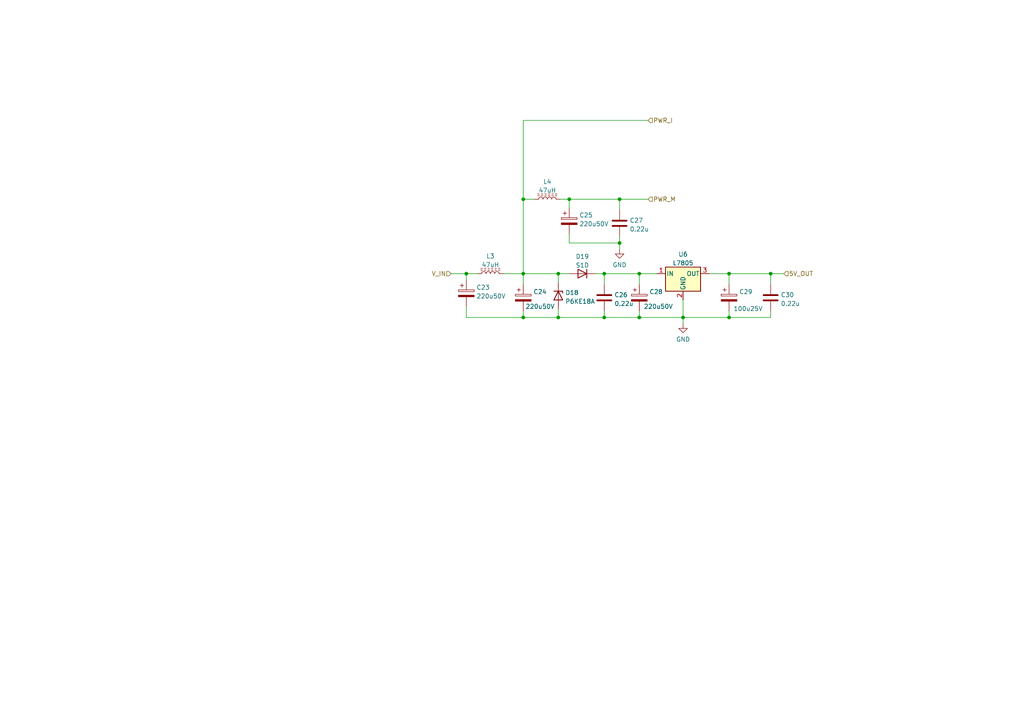
<source format=kicad_sch>
(kicad_sch (version 20211123) (generator eeschema)
  (paper "A4")
  (title_block (title "Контроллер моновпрыска VAG для SECU-3") (date "2023-09-25") (rev "0") (company "Совжесть"))
  (lib_symbols
    (symbol "Device:C" (pin_numbers hide) (pin_names (offset 0.254))
      (property "Reference" "C" (at 0.635 2.54 0))
      (property "Value" "C" (at 0.635 -2.54 0))
      (symbol "C_0_1"
        (polyline (pts (xy -2.032 -0.762) (xy 2.032 -0.762)) (stroke (width 0.508)))
        (polyline (pts (xy -2.032 0.762) (xy 2.032 0.762)) (stroke (width 0.508)))
      )
      (symbol "C_1_1"
        (pin passive line (at 0 3.81 270) (length 2.794) (name "~") (number "1"))
        (pin passive line (at 0 -3.81 90) (length 2.794) (name "~") (number "2"))
      )
    )
    (symbol "Device:C_Polarized" (pin_numbers hide) (pin_names (offset 0.254))
      (property "Reference" "C" (at 0.635 2.54 0))
      (property "Value" "C_Polarized" (at 0.635 -2.54 0))
      (symbol "C_Polarized_0_1"
        (rectangle (start -2.286 0.508) (end 2.286 1.016))
        (polyline (pts (xy -1.778 2.286) (xy -0.762 2.286)))
        (polyline (pts (xy -1.27 2.794) (xy -1.27 1.778)))
        (rectangle (start 2.286 -0.508) (end -2.286 -1.016) (fill (type outline)))
      )
      (symbol "C_Polarized_1_1"
        (pin passive line (at 0 3.81 270) (length 2.794) (name "~") (number "1"))
        (pin passive line (at 0 -3.81 90) (length 2.794) (name "~") (number "2"))
      )
    )
    (symbol "Device:D" (pin_numbers hide) (pin_names (offset 1.016) hide)
      (property "Reference" "D" (at 0 2.54 0))
      (property "Value" "D" (at 0 -2.54 0))
      (symbol "D_0_1"
        (polyline (pts (xy -1.27 1.27) (xy -1.27 -1.27)) (stroke (width 0.254)))
        (polyline (pts (xy 1.27 0) (xy -1.27 0)))
        (polyline (pts (xy 1.27 1.27) (xy 1.27 -1.27) (xy -1.27 0) (xy 1.27 1.27)) (stroke (width 0.254)))
      )
      (symbol "D_1_1"
        (pin passive line (at -3.81 0 0) (length 2.54) (name "K") (number "1"))
        (pin passive line (at 3.81 0 180) (length 2.54) (name "A") (number "2"))
      )
    )
    (symbol "Device:D_Zener" (pin_numbers hide) (pin_names (offset 1.016) hide)
      (property "Reference" "D" (at 0 2.54 0))
      (property "Value" "D_Zener" (at 0 -2.54 0))
      (symbol "D_Zener_0_1"
        (polyline (pts (xy 1.27 0) (xy -1.27 0)))
        (polyline (pts (xy -1.27 -1.27) (xy -1.27 1.27) (xy -0.762 1.27)) (stroke (width 0.254)))
        (polyline (pts (xy 1.27 -1.27) (xy 1.27 1.27) (xy -1.27 0) (xy 1.27 -1.27)) (stroke (width 0.254)))
      )
      (symbol "D_Zener_1_1"
        (pin passive line (at -3.81 0 0) (length 2.54) (name "K") (number "1"))
        (pin passive line (at 3.81 0 180) (length 2.54) (name "A") (number "2"))
      )
    )
    (symbol "Device:L_Ferrite" (pin_numbers hide) (pin_names (offset 1.016) hide)
      (property "Reference" "L" (at -1.27 0 90))
      (property "Value" "L_Ferrite" (at 2.794 0 90))
      (symbol "L_Ferrite_0_1"
        (arc (start 0 -2.54) (mid 0.635 -1.905) (end 0 -1.27))
        (arc (start 0 -1.27) (mid 0.635 -0.635) (end 0 0))
        (polyline (pts (xy 1.016 -2.794) (xy 1.016 -2.286)))
        (polyline (pts (xy 1.016 -1.778) (xy 1.016 -1.27)))
        (polyline (pts (xy 1.016 -0.762) (xy 1.016 -0.254)))
        (polyline (pts (xy 1.016 0.254) (xy 1.016 0.762)))
        (polyline (pts (xy 1.016 1.27) (xy 1.016 1.778)))
        (polyline (pts (xy 1.016 2.286) (xy 1.016 2.794)))
        (polyline (pts (xy 1.524 -2.286) (xy 1.524 -2.794)))
        (polyline (pts (xy 1.524 -1.27) (xy 1.524 -1.778)))
        (polyline (pts (xy 1.524 -0.254) (xy 1.524 -0.762)))
        (polyline (pts (xy 1.524 0.762) (xy 1.524 0.254)))
        (polyline (pts (xy 1.524 1.778) (xy 1.524 1.27)))
        (polyline (pts (xy 1.524 2.794) (xy 1.524 2.286)))
        (arc (start 0 0) (mid 0.635 0.635) (end 0 1.27))
        (arc (start 0 1.27) (mid 0.635 1.905) (end 0 2.54))
      )
      (symbol "L_Ferrite_1_1"
        (pin passive line (at 0 3.81 270) (length 1.27) (name "1") (number "1"))
        (pin passive line (at 0 -3.81 90) (length 1.27) (name "2") (number "2"))
      )
    )
    (symbol "Regulator_Linear:L7805" (pin_names (offset 0.254))
      (property "Reference" "U" (at -3.81 3.175 0))
      (property "Value" "L7805" (at 0 3.175 0))
      (symbol "L7805_0_1"
        (rectangle (start -5.08 1.905) (end 5.08 -5.08) (stroke (width 0.254)) (fill (type background)))
      )
      (symbol "L7805_1_1"
        (pin power_in line (at -7.62 0 0) (length 2.54) (name "IN") (number "1"))
        (pin power_in line (at 0 -7.62 90) (length 2.54) (name "GND") (number "2"))
        (pin power_out line (at 7.62 0 180) (length 2.54) (name "OUT") (number "3"))
      )
    )
    (symbol "power:GND" (power) (pin_names (offset 0))
      (property "Value" "GND" (at 0 -3.81 0))
      (symbol "GND_0_1"
        (polyline (pts (xy 0 0) (xy 0 -1.27) (xy 1.27 -1.27) (xy 0 -2.54) (xy -1.27 -1.27) (xy 0 -1.27)))
      )
      (symbol "GND_1_1"
        (pin power_in line (at 0 0 270) (length 0) hide (name "GND") (number "1"))
      )
    )
  )
  (junction (at 185.42 92.075))
  (junction (at 165.1 57.785))
  (junction (at 161.925 92.075))
  (junction (at 179.705 57.785))
  (junction (at 161.925 79.375))
  (junction (at 179.705 70.485))
  (junction (at 198.12 92.075))
  (junction (at 211.455 79.375))
  (junction (at 211.455 92.075))
  (junction (at 151.765 79.375))
  (junction (at 135.255 79.375))
  (junction (at 151.765 57.785))
  (junction (at 151.765 92.075))
  (junction (at 175.26 92.075))
  (junction (at 185.42 79.375))
  (junction (at 223.52 79.375))
  (junction (at 175.26 79.375))
  (wire (pts (xy 172.72 79.375) (xy 175.26 79.375)))
  (wire (pts (xy 185.42 92.075) (xy 175.26 92.075)))
  (wire (pts (xy 161.925 79.375) (xy 161.925 81.915)))
  (wire (pts (xy 179.705 57.785) (xy 179.705 60.96)))
  (wire (pts (xy 185.42 90.17) (xy 185.42 92.075)))
  (wire (pts (xy 135.255 79.375) (xy 138.43 79.375)))
  (wire (pts (xy 151.765 34.925) (xy 151.765 57.785)))
  (wire (pts (xy 223.52 90.17) (xy 223.52 92.075)))
  (wire (pts (xy 165.1 67.945) (xy 165.1 70.485)))
  (wire (pts (xy 185.42 79.375) (xy 190.5 79.375)))
  (wire (pts (xy 165.1 57.785) (xy 165.1 60.325)))
  (wire (pts (xy 151.765 79.375) (xy 151.765 82.55)))
  (wire (pts (xy 185.42 92.075) (xy 198.12 92.075)))
  (wire (pts (xy 146.05 79.375) (xy 151.765 79.375)))
  (wire (pts (xy 175.26 92.075) (xy 175.26 90.17)))
  (wire (pts (xy 185.42 79.375) (xy 185.42 82.55)))
  (wire (pts (xy 151.765 34.925) (xy 187.96 34.925)))
  (wire (pts (xy 135.255 81.28) (xy 135.255 79.375)))
  (wire (pts (xy 198.12 86.995) (xy 198.12 92.075)))
  (wire (pts (xy 179.705 57.785) (xy 187.96 57.785)))
  (wire (pts (xy 205.74 79.375) (xy 211.455 79.375)))
  (wire (pts (xy 175.26 79.375) (xy 185.42 79.375)))
  (wire (pts (xy 179.705 70.485) (xy 179.705 72.39)))
  (wire (pts (xy 211.455 92.075) (xy 198.12 92.075)))
  (wire (pts (xy 161.925 89.535) (xy 161.925 92.075)))
  (wire (pts (xy 165.1 70.485) (xy 179.705 70.485)))
  (wire (pts (xy 151.765 92.075) (xy 151.765 90.17)))
  (wire (pts (xy 154.94 57.785) (xy 151.765 57.785)))
  (wire (pts (xy 179.705 68.58) (xy 179.705 70.485)))
  (wire (pts (xy 165.1 79.375) (xy 161.925 79.375)))
  (wire (pts (xy 161.925 92.075) (xy 175.26 92.075)))
  (wire (pts (xy 223.52 79.375) (xy 223.52 82.55)))
  (wire (pts (xy 135.255 88.9) (xy 135.255 92.075)))
  (wire (pts (xy 165.1 57.785) (xy 179.705 57.785)))
  (wire (pts (xy 151.765 57.785) (xy 151.765 79.375)))
  (wire (pts (xy 175.26 79.375) (xy 175.26 82.55)))
  (wire (pts (xy 211.455 79.375) (xy 211.455 82.55)))
  (wire (pts (xy 211.455 90.17) (xy 211.455 92.075)))
  (wire (pts (xy 211.455 79.375) (xy 223.52 79.375)))
  (wire (pts (xy 130.81 79.375) (xy 135.255 79.375)))
  (wire (pts (xy 198.12 92.075) (xy 198.12 93.98)))
  (wire (pts (xy 223.52 92.075) (xy 211.455 92.075)))
  (wire (pts (xy 161.925 92.075) (xy 151.765 92.075)))
  (wire (pts (xy 223.52 79.375) (xy 227.33 79.375)))
  (wire (pts (xy 162.56 57.785) (xy 165.1 57.785)))
  (wire (pts (xy 135.255 92.075) (xy 151.765 92.075)))
  (wire (pts (xy 161.925 79.375) (xy 151.765 79.375)))
  (hierarchical_label "V_IN" (shape input) (at 130.81 79.375 180))
  (hierarchical_label "5V_OUT" (shape input) (at 227.33 79.375 0))
  (hierarchical_label "PWR_M" (shape input) (at 187.96 57.785 0))
  (hierarchical_label "PWR_I" (shape input) (at 187.96 34.925 0))
  (symbol (lib_id "Device:C_Polarized") (at 211.455 86.36 0) (unit 1)
    (property "Reference" "C29" (at 214.376 84.6363 0) (effects (justify left)))
    (property "Value" "100u25V" (at 212.725 89.535 0) (effects (justify left)))
    (property "Footprint" "Capacitor_SMD:CP_Elec_6.3x7.7" (effects hide))
  )
  (symbol (lib_id "Regulator_Linear:L7805") (at 198.12 79.375 0) (unit 1)
    (property "Reference" "U6" (at 198.12 73.7702 0))
    (property "Value" "L7805" (at 198.12 76.3071 0))
    (property "Footprint" "Package_TO_SOT_SMD:TO-252-2" (effects hide))
    (property "Datasheet" "http://www.st.com/content/ccc/resource/technical/document/datasheet/41/4f/b3/b0/12/d4/47/88/CD00000444.pdf/files/CD00000444.pdf/jcr:content/translations/en.CD00000444.pdf" (effects hide))
  )
  (symbol (lib_id "Device:C_Polarized") (at 135.255 85.09 0) (unit 1)
    (property "Reference" "C23" (at 138.176 83.3663 0) (effects (justify left)))
    (property "Value" "220u50V" (at 138.176 85.9032 0) (effects (justify left)))
    (property "Footprint" "Capacitor_SMD:CP_Elec_10x10.5" (effects hide))
  )
  (symbol (lib_id "Device:C") (at 175.26 86.36 0) (unit 1)
    (property "Reference" "C26" (at 178.181 85.5253 0) (effects (justify left)))
    (property "Value" "0.22u" (at 178.181 88.0622 0) (effects (justify left)))
    (property "Footprint" "Capacitor_SMD:C_1206_3216Metric" (effects hide))
  )
  (symbol (lib_id "Device:D_Zener") (at 161.925 85.725 270) (unit 1)
    (property "Reference" "D18" (at 163.957 84.8903 90) (effects (justify left)))
    (property "Value" "P6KE18A" (at 163.957 87.4272 90) (effects (justify left)))
    (property "Footprint" "Diode_THT:D_DO-15_P3.81mm_Vertical_AnodeUp" (effects hide))
  )
  (symbol (lib_id "Device:D") (at 168.91 79.375 180) (unit 1)
    (property "Reference" "D19" (at 168.91 74.4052 0))
    (property "Value" "S1D" (at 168.91 76.9421 0))
    (property "Footprint" "Diode_SMD:D_SMA" (effects hide))
  )
  (symbol (lib_id "Device:C") (at 223.52 86.36 0) (unit 1)
    (property "Reference" "C30" (at 226.441 85.5253 0) (effects (justify left)))
    (property "Value" "0.22u" (at 226.441 88.0622 0) (effects (justify left)))
    (property "Footprint" "Capacitor_SMD:C_1206_3216Metric" (effects hide))
  )
  (symbol (lib_id "Device:L_Ferrite") (at 158.75 57.785 90) (unit 1)
    (property "Reference" "L4" (at 158.75 52.6882 90))
    (property "Value" "47uH" (at 158.75 55.2251 90))
    (property "Footprint" "Inductor_SMD:L_Bourns_SRR1260" (effects hide))
  )
  (symbol (lib_id "power:GND") (at 179.705 72.39 0) (unit 1)
    (property "Reference" "#PWR023" (effects hide))
    (property "Value" "GND" (at 179.705 76.8334 0))
  )
  (symbol (lib_id "Device:L_Ferrite") (at 142.24 79.375 90) (unit 1)
    (property "Reference" "L3" (at 142.24 74.2782 90))
    (property "Value" "47uH" (at 142.24 76.8151 90))
    (property "Footprint" "Inductor_SMD:L_Bourns_SRR1260" (effects hide))
  )
  (symbol (lib_id "power:GND") (at 198.12 93.98 0) (unit 1)
    (property "Reference" "#PWR024" (effects hide))
    (property "Value" "GND" (at 198.12 98.4234 0))
  )
  (symbol (lib_id "Device:C_Polarized") (at 185.42 86.36 0) (unit 1)
    (property "Reference" "C28" (at 188.341 84.6363 0) (effects (justify left)))
    (property "Value" "220u50V" (at 186.69 88.9 0) (effects (justify left)))
    (property "Footprint" "Capacitor_SMD:CP_Elec_10x10.5" (effects hide))
  )
  (symbol (lib_id "Device:C_Polarized") (at 151.765 86.36 0) (unit 1)
    (property "Reference" "C24" (at 154.686 84.6363 0) (effects (justify left)))
    (property "Value" "220u50V" (at 152.4 88.9 0) (effects (justify left)))
    (property "Footprint" "Capacitor_SMD:CP_Elec_10x10.5" (effects hide))
  )
  (symbol (lib_id "Device:C_Polarized") (at 165.1 64.135 0) (unit 1)
    (property "Reference" "C25" (at 168.021 62.4113 0) (effects (justify left)))
    (property "Value" "220u50V" (at 168.021 64.9482 0) (effects (justify left)))
    (property "Footprint" "Capacitor_SMD:CP_Elec_10x10.5" (effects hide))
  )
  (symbol (lib_id "Device:C") (at 179.705 64.77 0) (unit 1)
    (property "Reference" "C27" (at 182.626 63.9353 0) (effects (justify left)))
    (property "Value" "0.22u" (at 182.626 66.4722 0) (effects (justify left)))
    (property "Footprint" "Capacitor_SMD:C_1206_3216Metric" (effects hide))
  )
)
</source>
